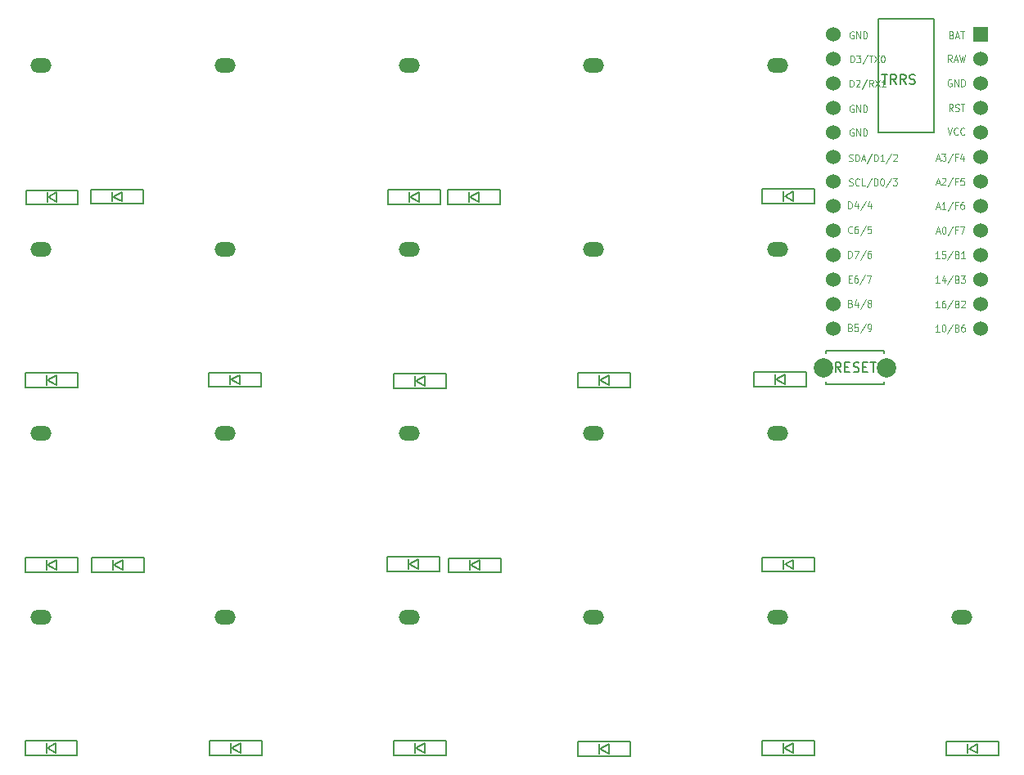
<source format=gbr>
%TF.GenerationSoftware,KiCad,Pcbnew,7.0.8*%
%TF.CreationDate,2024-10-11T08:32:43+09:00*%
%TF.ProjectId,cool642,636f6f6c-3634-4322-9e6b-696361645f70,rev?*%
%TF.SameCoordinates,Original*%
%TF.FileFunction,Legend,Top*%
%TF.FilePolarity,Positive*%
%FSLAX46Y46*%
G04 Gerber Fmt 4.6, Leading zero omitted, Abs format (unit mm)*
G04 Created by KiCad (PCBNEW 7.0.8) date 2024-10-11 08:32:43*
%MOMM*%
%LPD*%
G01*
G04 APERTURE LIST*
%ADD10C,0.150000*%
%ADD11C,0.125000*%
%ADD12O,2.200000X1.500000*%
%ADD13C,2.000000*%
%ADD14C,1.524000*%
%ADD15R,1.524000X1.524000*%
G04 APERTURE END LIST*
D10*
X88287618Y-26754819D02*
X87954285Y-26278628D01*
X87716190Y-26754819D02*
X87716190Y-25754819D01*
X87716190Y-25754819D02*
X88097142Y-25754819D01*
X88097142Y-25754819D02*
X88192380Y-25802438D01*
X88192380Y-25802438D02*
X88239999Y-25850057D01*
X88239999Y-25850057D02*
X88287618Y-25945295D01*
X88287618Y-25945295D02*
X88287618Y-26088152D01*
X88287618Y-26088152D02*
X88239999Y-26183390D01*
X88239999Y-26183390D02*
X88192380Y-26231009D01*
X88192380Y-26231009D02*
X88097142Y-26278628D01*
X88097142Y-26278628D02*
X87716190Y-26278628D01*
X88716190Y-26231009D02*
X89049523Y-26231009D01*
X89192380Y-26754819D02*
X88716190Y-26754819D01*
X88716190Y-26754819D02*
X88716190Y-25754819D01*
X88716190Y-25754819D02*
X89192380Y-25754819D01*
X89573333Y-26707200D02*
X89716190Y-26754819D01*
X89716190Y-26754819D02*
X89954285Y-26754819D01*
X89954285Y-26754819D02*
X90049523Y-26707200D01*
X90049523Y-26707200D02*
X90097142Y-26659580D01*
X90097142Y-26659580D02*
X90144761Y-26564342D01*
X90144761Y-26564342D02*
X90144761Y-26469104D01*
X90144761Y-26469104D02*
X90097142Y-26373866D01*
X90097142Y-26373866D02*
X90049523Y-26326247D01*
X90049523Y-26326247D02*
X89954285Y-26278628D01*
X89954285Y-26278628D02*
X89763809Y-26231009D01*
X89763809Y-26231009D02*
X89668571Y-26183390D01*
X89668571Y-26183390D02*
X89620952Y-26135771D01*
X89620952Y-26135771D02*
X89573333Y-26040533D01*
X89573333Y-26040533D02*
X89573333Y-25945295D01*
X89573333Y-25945295D02*
X89620952Y-25850057D01*
X89620952Y-25850057D02*
X89668571Y-25802438D01*
X89668571Y-25802438D02*
X89763809Y-25754819D01*
X89763809Y-25754819D02*
X90001904Y-25754819D01*
X90001904Y-25754819D02*
X90144761Y-25802438D01*
X90573333Y-26231009D02*
X90906666Y-26231009D01*
X91049523Y-26754819D02*
X90573333Y-26754819D01*
X90573333Y-26754819D02*
X90573333Y-25754819D01*
X90573333Y-25754819D02*
X91049523Y-25754819D01*
X91335238Y-25754819D02*
X91906666Y-25754819D01*
X91620952Y-26754819D02*
X91620952Y-25754819D01*
X92518095Y4055180D02*
X93089523Y4055180D01*
X92803809Y3055180D02*
X92803809Y4055180D01*
X93994285Y3055180D02*
X93660952Y3531371D01*
X93422857Y3055180D02*
X93422857Y4055180D01*
X93422857Y4055180D02*
X93803809Y4055180D01*
X93803809Y4055180D02*
X93899047Y4007561D01*
X93899047Y4007561D02*
X93946666Y3959942D01*
X93946666Y3959942D02*
X93994285Y3864704D01*
X93994285Y3864704D02*
X93994285Y3721847D01*
X93994285Y3721847D02*
X93946666Y3626609D01*
X93946666Y3626609D02*
X93899047Y3578990D01*
X93899047Y3578990D02*
X93803809Y3531371D01*
X93803809Y3531371D02*
X93422857Y3531371D01*
X94994285Y3055180D02*
X94660952Y3531371D01*
X94422857Y3055180D02*
X94422857Y4055180D01*
X94422857Y4055180D02*
X94803809Y4055180D01*
X94803809Y4055180D02*
X94899047Y4007561D01*
X94899047Y4007561D02*
X94946666Y3959942D01*
X94946666Y3959942D02*
X94994285Y3864704D01*
X94994285Y3864704D02*
X94994285Y3721847D01*
X94994285Y3721847D02*
X94946666Y3626609D01*
X94946666Y3626609D02*
X94899047Y3578990D01*
X94899047Y3578990D02*
X94803809Y3531371D01*
X94803809Y3531371D02*
X94422857Y3531371D01*
X95375238Y3102800D02*
X95518095Y3055180D01*
X95518095Y3055180D02*
X95756190Y3055180D01*
X95756190Y3055180D02*
X95851428Y3102800D01*
X95851428Y3102800D02*
X95899047Y3150419D01*
X95899047Y3150419D02*
X95946666Y3245657D01*
X95946666Y3245657D02*
X95946666Y3340895D01*
X95946666Y3340895D02*
X95899047Y3436133D01*
X95899047Y3436133D02*
X95851428Y3483752D01*
X95851428Y3483752D02*
X95756190Y3531371D01*
X95756190Y3531371D02*
X95565714Y3578990D01*
X95565714Y3578990D02*
X95470476Y3626609D01*
X95470476Y3626609D02*
X95422857Y3674228D01*
X95422857Y3674228D02*
X95375238Y3769466D01*
X95375238Y3769466D02*
X95375238Y3864704D01*
X95375238Y3864704D02*
X95422857Y3959942D01*
X95422857Y3959942D02*
X95470476Y4007561D01*
X95470476Y4007561D02*
X95565714Y4055180D01*
X95565714Y4055180D02*
X95803809Y4055180D01*
X95803809Y4055180D02*
X95946666Y4007561D01*
D11*
X98167886Y-4674178D02*
X98486933Y-4674178D01*
X98104076Y-4888464D02*
X98327409Y-4138464D01*
X98327409Y-4138464D02*
X98550743Y-4888464D01*
X98710267Y-4138464D02*
X99125029Y-4138464D01*
X99125029Y-4138464D02*
X98901695Y-4424178D01*
X98901695Y-4424178D02*
X98997410Y-4424178D01*
X98997410Y-4424178D02*
X99061219Y-4459892D01*
X99061219Y-4459892D02*
X99093124Y-4495607D01*
X99093124Y-4495607D02*
X99125029Y-4567035D01*
X99125029Y-4567035D02*
X99125029Y-4745607D01*
X99125029Y-4745607D02*
X99093124Y-4817035D01*
X99093124Y-4817035D02*
X99061219Y-4852750D01*
X99061219Y-4852750D02*
X98997410Y-4888464D01*
X98997410Y-4888464D02*
X98805981Y-4888464D01*
X98805981Y-4888464D02*
X98742172Y-4852750D01*
X98742172Y-4852750D02*
X98710267Y-4817035D01*
X99890743Y-4102750D02*
X99316457Y-5067035D01*
X100337410Y-4495607D02*
X100114076Y-4495607D01*
X100114076Y-4888464D02*
X100114076Y-4138464D01*
X100114076Y-4138464D02*
X100433124Y-4138464D01*
X100975505Y-4388464D02*
X100975505Y-4888464D01*
X100815981Y-4102750D02*
X100656458Y-4638464D01*
X100656458Y-4638464D02*
X101071219Y-4638464D01*
X89054076Y-9838464D02*
X89054076Y-9088464D01*
X89054076Y-9088464D02*
X89213600Y-9088464D01*
X89213600Y-9088464D02*
X89309314Y-9124178D01*
X89309314Y-9124178D02*
X89373124Y-9195607D01*
X89373124Y-9195607D02*
X89405029Y-9267035D01*
X89405029Y-9267035D02*
X89436933Y-9409892D01*
X89436933Y-9409892D02*
X89436933Y-9517035D01*
X89436933Y-9517035D02*
X89405029Y-9659892D01*
X89405029Y-9659892D02*
X89373124Y-9731321D01*
X89373124Y-9731321D02*
X89309314Y-9802750D01*
X89309314Y-9802750D02*
X89213600Y-9838464D01*
X89213600Y-9838464D02*
X89054076Y-9838464D01*
X90011219Y-9338464D02*
X90011219Y-9838464D01*
X89851695Y-9052750D02*
X89692172Y-9588464D01*
X89692172Y-9588464D02*
X90106933Y-9588464D01*
X90840743Y-9052750D02*
X90266457Y-10017035D01*
X91351219Y-9338464D02*
X91351219Y-9838464D01*
X91191695Y-9052750D02*
X91032172Y-9588464D01*
X91032172Y-9588464D02*
X91446933Y-9588464D01*
X89220028Y2761535D02*
X89220028Y3511535D01*
X89220028Y3511535D02*
X89379552Y3511535D01*
X89379552Y3511535D02*
X89475266Y3475821D01*
X89475266Y3475821D02*
X89539076Y3404392D01*
X89539076Y3404392D02*
X89570981Y3332964D01*
X89570981Y3332964D02*
X89602885Y3190107D01*
X89602885Y3190107D02*
X89602885Y3082964D01*
X89602885Y3082964D02*
X89570981Y2940107D01*
X89570981Y2940107D02*
X89539076Y2868678D01*
X89539076Y2868678D02*
X89475266Y2797250D01*
X89475266Y2797250D02*
X89379552Y2761535D01*
X89379552Y2761535D02*
X89220028Y2761535D01*
X89858124Y3440107D02*
X89890028Y3475821D01*
X89890028Y3475821D02*
X89953838Y3511535D01*
X89953838Y3511535D02*
X90113362Y3511535D01*
X90113362Y3511535D02*
X90177171Y3475821D01*
X90177171Y3475821D02*
X90209076Y3440107D01*
X90209076Y3440107D02*
X90240981Y3368678D01*
X90240981Y3368678D02*
X90240981Y3297250D01*
X90240981Y3297250D02*
X90209076Y3190107D01*
X90209076Y3190107D02*
X89826219Y2761535D01*
X89826219Y2761535D02*
X90240981Y2761535D01*
X91006695Y3547250D02*
X90432409Y2582964D01*
X91612885Y2761535D02*
X91389552Y3118678D01*
X91230028Y2761535D02*
X91230028Y3511535D01*
X91230028Y3511535D02*
X91485266Y3511535D01*
X91485266Y3511535D02*
X91549076Y3475821D01*
X91549076Y3475821D02*
X91580981Y3440107D01*
X91580981Y3440107D02*
X91612885Y3368678D01*
X91612885Y3368678D02*
X91612885Y3261535D01*
X91612885Y3261535D02*
X91580981Y3190107D01*
X91580981Y3190107D02*
X91549076Y3154392D01*
X91549076Y3154392D02*
X91485266Y3118678D01*
X91485266Y3118678D02*
X91230028Y3118678D01*
X91836219Y3511535D02*
X92282885Y2761535D01*
X92282885Y3511535D02*
X91836219Y2761535D01*
X92889076Y2761535D02*
X92506219Y2761535D01*
X92697647Y2761535D02*
X92697647Y3511535D01*
X92697647Y3511535D02*
X92633838Y3404392D01*
X92633838Y3404392D02*
X92570028Y3332964D01*
X92570028Y3332964D02*
X92506219Y3297250D01*
X99713124Y3525821D02*
X99649314Y3561535D01*
X99649314Y3561535D02*
X99553600Y3561535D01*
X99553600Y3561535D02*
X99457886Y3525821D01*
X99457886Y3525821D02*
X99394076Y3454392D01*
X99394076Y3454392D02*
X99362171Y3382964D01*
X99362171Y3382964D02*
X99330267Y3240107D01*
X99330267Y3240107D02*
X99330267Y3132964D01*
X99330267Y3132964D02*
X99362171Y2990107D01*
X99362171Y2990107D02*
X99394076Y2918678D01*
X99394076Y2918678D02*
X99457886Y2847250D01*
X99457886Y2847250D02*
X99553600Y2811535D01*
X99553600Y2811535D02*
X99617409Y2811535D01*
X99617409Y2811535D02*
X99713124Y2847250D01*
X99713124Y2847250D02*
X99745028Y2882964D01*
X99745028Y2882964D02*
X99745028Y3132964D01*
X99745028Y3132964D02*
X99617409Y3132964D01*
X100032171Y2811535D02*
X100032171Y3561535D01*
X100032171Y3561535D02*
X100415028Y2811535D01*
X100415028Y2811535D02*
X100415028Y3561535D01*
X100734076Y2811535D02*
X100734076Y3561535D01*
X100734076Y3561535D02*
X100893600Y3561535D01*
X100893600Y3561535D02*
X100989314Y3525821D01*
X100989314Y3525821D02*
X101053124Y3454392D01*
X101053124Y3454392D02*
X101085029Y3382964D01*
X101085029Y3382964D02*
X101116933Y3240107D01*
X101116933Y3240107D02*
X101116933Y3132964D01*
X101116933Y3132964D02*
X101085029Y2990107D01*
X101085029Y2990107D02*
X101053124Y2918678D01*
X101053124Y2918678D02*
X100989314Y2847250D01*
X100989314Y2847250D02*
X100893600Y2811535D01*
X100893600Y2811535D02*
X100734076Y2811535D01*
X89085981Y-17095607D02*
X89309315Y-17095607D01*
X89405029Y-17488464D02*
X89085981Y-17488464D01*
X89085981Y-17488464D02*
X89085981Y-16738464D01*
X89085981Y-16738464D02*
X89405029Y-16738464D01*
X89979314Y-16738464D02*
X89851695Y-16738464D01*
X89851695Y-16738464D02*
X89787886Y-16774178D01*
X89787886Y-16774178D02*
X89755981Y-16809892D01*
X89755981Y-16809892D02*
X89692171Y-16917035D01*
X89692171Y-16917035D02*
X89660267Y-17059892D01*
X89660267Y-17059892D02*
X89660267Y-17345607D01*
X89660267Y-17345607D02*
X89692171Y-17417035D01*
X89692171Y-17417035D02*
X89724076Y-17452750D01*
X89724076Y-17452750D02*
X89787886Y-17488464D01*
X89787886Y-17488464D02*
X89915505Y-17488464D01*
X89915505Y-17488464D02*
X89979314Y-17452750D01*
X89979314Y-17452750D02*
X90011219Y-17417035D01*
X90011219Y-17417035D02*
X90043124Y-17345607D01*
X90043124Y-17345607D02*
X90043124Y-17167035D01*
X90043124Y-17167035D02*
X90011219Y-17095607D01*
X90011219Y-17095607D02*
X89979314Y-17059892D01*
X89979314Y-17059892D02*
X89915505Y-17024178D01*
X89915505Y-17024178D02*
X89787886Y-17024178D01*
X89787886Y-17024178D02*
X89724076Y-17059892D01*
X89724076Y-17059892D02*
X89692171Y-17095607D01*
X89692171Y-17095607D02*
X89660267Y-17167035D01*
X90808838Y-16702750D02*
X90234552Y-17667035D01*
X90968362Y-16738464D02*
X91415028Y-16738464D01*
X91415028Y-16738464D02*
X91127886Y-17488464D01*
X89436933Y-12317035D02*
X89405029Y-12352750D01*
X89405029Y-12352750D02*
X89309314Y-12388464D01*
X89309314Y-12388464D02*
X89245505Y-12388464D01*
X89245505Y-12388464D02*
X89149791Y-12352750D01*
X89149791Y-12352750D02*
X89085981Y-12281321D01*
X89085981Y-12281321D02*
X89054076Y-12209892D01*
X89054076Y-12209892D02*
X89022172Y-12067035D01*
X89022172Y-12067035D02*
X89022172Y-11959892D01*
X89022172Y-11959892D02*
X89054076Y-11817035D01*
X89054076Y-11817035D02*
X89085981Y-11745607D01*
X89085981Y-11745607D02*
X89149791Y-11674178D01*
X89149791Y-11674178D02*
X89245505Y-11638464D01*
X89245505Y-11638464D02*
X89309314Y-11638464D01*
X89309314Y-11638464D02*
X89405029Y-11674178D01*
X89405029Y-11674178D02*
X89436933Y-11709892D01*
X90011219Y-11638464D02*
X89883600Y-11638464D01*
X89883600Y-11638464D02*
X89819791Y-11674178D01*
X89819791Y-11674178D02*
X89787886Y-11709892D01*
X89787886Y-11709892D02*
X89724076Y-11817035D01*
X89724076Y-11817035D02*
X89692172Y-11959892D01*
X89692172Y-11959892D02*
X89692172Y-12245607D01*
X89692172Y-12245607D02*
X89724076Y-12317035D01*
X89724076Y-12317035D02*
X89755981Y-12352750D01*
X89755981Y-12352750D02*
X89819791Y-12388464D01*
X89819791Y-12388464D02*
X89947410Y-12388464D01*
X89947410Y-12388464D02*
X90011219Y-12352750D01*
X90011219Y-12352750D02*
X90043124Y-12317035D01*
X90043124Y-12317035D02*
X90075029Y-12245607D01*
X90075029Y-12245607D02*
X90075029Y-12067035D01*
X90075029Y-12067035D02*
X90043124Y-11995607D01*
X90043124Y-11995607D02*
X90011219Y-11959892D01*
X90011219Y-11959892D02*
X89947410Y-11924178D01*
X89947410Y-11924178D02*
X89819791Y-11924178D01*
X89819791Y-11924178D02*
X89755981Y-11959892D01*
X89755981Y-11959892D02*
X89724076Y-11995607D01*
X89724076Y-11995607D02*
X89692172Y-12067035D01*
X90840743Y-11602750D02*
X90266457Y-12567035D01*
X91383124Y-11638464D02*
X91064076Y-11638464D01*
X91064076Y-11638464D02*
X91032172Y-11995607D01*
X91032172Y-11995607D02*
X91064076Y-11959892D01*
X91064076Y-11959892D02*
X91127886Y-11924178D01*
X91127886Y-11924178D02*
X91287410Y-11924178D01*
X91287410Y-11924178D02*
X91351219Y-11959892D01*
X91351219Y-11959892D02*
X91383124Y-11995607D01*
X91383124Y-11995607D02*
X91415029Y-12067035D01*
X91415029Y-12067035D02*
X91415029Y-12245607D01*
X91415029Y-12245607D02*
X91383124Y-12317035D01*
X91383124Y-12317035D02*
X91351219Y-12352750D01*
X91351219Y-12352750D02*
X91287410Y-12388464D01*
X91287410Y-12388464D02*
X91127886Y-12388464D01*
X91127886Y-12388464D02*
X91064076Y-12352750D01*
X91064076Y-12352750D02*
X91032172Y-12317035D01*
X89573124Y8495821D02*
X89509314Y8531535D01*
X89509314Y8531535D02*
X89413600Y8531535D01*
X89413600Y8531535D02*
X89317886Y8495821D01*
X89317886Y8495821D02*
X89254076Y8424392D01*
X89254076Y8424392D02*
X89222171Y8352964D01*
X89222171Y8352964D02*
X89190267Y8210107D01*
X89190267Y8210107D02*
X89190267Y8102964D01*
X89190267Y8102964D02*
X89222171Y7960107D01*
X89222171Y7960107D02*
X89254076Y7888678D01*
X89254076Y7888678D02*
X89317886Y7817250D01*
X89317886Y7817250D02*
X89413600Y7781535D01*
X89413600Y7781535D02*
X89477409Y7781535D01*
X89477409Y7781535D02*
X89573124Y7817250D01*
X89573124Y7817250D02*
X89605028Y7852964D01*
X89605028Y7852964D02*
X89605028Y8102964D01*
X89605028Y8102964D02*
X89477409Y8102964D01*
X89892171Y7781535D02*
X89892171Y8531535D01*
X89892171Y8531535D02*
X90275028Y7781535D01*
X90275028Y7781535D02*
X90275028Y8531535D01*
X90594076Y7781535D02*
X90594076Y8531535D01*
X90594076Y8531535D02*
X90753600Y8531535D01*
X90753600Y8531535D02*
X90849314Y8495821D01*
X90849314Y8495821D02*
X90913124Y8424392D01*
X90913124Y8424392D02*
X90945029Y8352964D01*
X90945029Y8352964D02*
X90976933Y8210107D01*
X90976933Y8210107D02*
X90976933Y8102964D01*
X90976933Y8102964D02*
X90945029Y7960107D01*
X90945029Y7960107D02*
X90913124Y7888678D01*
X90913124Y7888678D02*
X90849314Y7817250D01*
X90849314Y7817250D02*
X90753600Y7781535D01*
X90753600Y7781535D02*
X90594076Y7781535D01*
X89135981Y-7402750D02*
X89231695Y-7438464D01*
X89231695Y-7438464D02*
X89391219Y-7438464D01*
X89391219Y-7438464D02*
X89455028Y-7402750D01*
X89455028Y-7402750D02*
X89486933Y-7367035D01*
X89486933Y-7367035D02*
X89518838Y-7295607D01*
X89518838Y-7295607D02*
X89518838Y-7224178D01*
X89518838Y-7224178D02*
X89486933Y-7152750D01*
X89486933Y-7152750D02*
X89455028Y-7117035D01*
X89455028Y-7117035D02*
X89391219Y-7081321D01*
X89391219Y-7081321D02*
X89263600Y-7045607D01*
X89263600Y-7045607D02*
X89199790Y-7009892D01*
X89199790Y-7009892D02*
X89167885Y-6974178D01*
X89167885Y-6974178D02*
X89135981Y-6902750D01*
X89135981Y-6902750D02*
X89135981Y-6831321D01*
X89135981Y-6831321D02*
X89167885Y-6759892D01*
X89167885Y-6759892D02*
X89199790Y-6724178D01*
X89199790Y-6724178D02*
X89263600Y-6688464D01*
X89263600Y-6688464D02*
X89423123Y-6688464D01*
X89423123Y-6688464D02*
X89518838Y-6724178D01*
X90188837Y-7367035D02*
X90156933Y-7402750D01*
X90156933Y-7402750D02*
X90061218Y-7438464D01*
X90061218Y-7438464D02*
X89997409Y-7438464D01*
X89997409Y-7438464D02*
X89901695Y-7402750D01*
X89901695Y-7402750D02*
X89837885Y-7331321D01*
X89837885Y-7331321D02*
X89805980Y-7259892D01*
X89805980Y-7259892D02*
X89774076Y-7117035D01*
X89774076Y-7117035D02*
X89774076Y-7009892D01*
X89774076Y-7009892D02*
X89805980Y-6867035D01*
X89805980Y-6867035D02*
X89837885Y-6795607D01*
X89837885Y-6795607D02*
X89901695Y-6724178D01*
X89901695Y-6724178D02*
X89997409Y-6688464D01*
X89997409Y-6688464D02*
X90061218Y-6688464D01*
X90061218Y-6688464D02*
X90156933Y-6724178D01*
X90156933Y-6724178D02*
X90188837Y-6759892D01*
X90795028Y-7438464D02*
X90475980Y-7438464D01*
X90475980Y-7438464D02*
X90475980Y-6688464D01*
X91496933Y-6652750D02*
X90922647Y-7617035D01*
X91720266Y-7438464D02*
X91720266Y-6688464D01*
X91720266Y-6688464D02*
X91879790Y-6688464D01*
X91879790Y-6688464D02*
X91975504Y-6724178D01*
X91975504Y-6724178D02*
X92039314Y-6795607D01*
X92039314Y-6795607D02*
X92071219Y-6867035D01*
X92071219Y-6867035D02*
X92103123Y-7009892D01*
X92103123Y-7009892D02*
X92103123Y-7117035D01*
X92103123Y-7117035D02*
X92071219Y-7259892D01*
X92071219Y-7259892D02*
X92039314Y-7331321D01*
X92039314Y-7331321D02*
X91975504Y-7402750D01*
X91975504Y-7402750D02*
X91879790Y-7438464D01*
X91879790Y-7438464D02*
X91720266Y-7438464D01*
X92517885Y-6688464D02*
X92581695Y-6688464D01*
X92581695Y-6688464D02*
X92645504Y-6724178D01*
X92645504Y-6724178D02*
X92677409Y-6759892D01*
X92677409Y-6759892D02*
X92709314Y-6831321D01*
X92709314Y-6831321D02*
X92741219Y-6974178D01*
X92741219Y-6974178D02*
X92741219Y-7152750D01*
X92741219Y-7152750D02*
X92709314Y-7295607D01*
X92709314Y-7295607D02*
X92677409Y-7367035D01*
X92677409Y-7367035D02*
X92645504Y-7402750D01*
X92645504Y-7402750D02*
X92581695Y-7438464D01*
X92581695Y-7438464D02*
X92517885Y-7438464D01*
X92517885Y-7438464D02*
X92454076Y-7402750D01*
X92454076Y-7402750D02*
X92422171Y-7367035D01*
X92422171Y-7367035D02*
X92390266Y-7295607D01*
X92390266Y-7295607D02*
X92358362Y-7152750D01*
X92358362Y-7152750D02*
X92358362Y-6974178D01*
X92358362Y-6974178D02*
X92390266Y-6831321D01*
X92390266Y-6831321D02*
X92422171Y-6759892D01*
X92422171Y-6759892D02*
X92454076Y-6724178D01*
X92454076Y-6724178D02*
X92517885Y-6688464D01*
X93506933Y-6652750D02*
X92932647Y-7617035D01*
X93666457Y-6688464D02*
X94081219Y-6688464D01*
X94081219Y-6688464D02*
X93857885Y-6974178D01*
X93857885Y-6974178D02*
X93953600Y-6974178D01*
X93953600Y-6974178D02*
X94017409Y-7009892D01*
X94017409Y-7009892D02*
X94049314Y-7045607D01*
X94049314Y-7045607D02*
X94081219Y-7117035D01*
X94081219Y-7117035D02*
X94081219Y-7295607D01*
X94081219Y-7295607D02*
X94049314Y-7367035D01*
X94049314Y-7367035D02*
X94017409Y-7402750D01*
X94017409Y-7402750D02*
X93953600Y-7438464D01*
X93953600Y-7438464D02*
X93762171Y-7438464D01*
X93762171Y-7438464D02*
X93698362Y-7402750D01*
X93698362Y-7402750D02*
X93666457Y-7367035D01*
X89573124Y-1574178D02*
X89509314Y-1538464D01*
X89509314Y-1538464D02*
X89413600Y-1538464D01*
X89413600Y-1538464D02*
X89317886Y-1574178D01*
X89317886Y-1574178D02*
X89254076Y-1645607D01*
X89254076Y-1645607D02*
X89222171Y-1717035D01*
X89222171Y-1717035D02*
X89190267Y-1859892D01*
X89190267Y-1859892D02*
X89190267Y-1967035D01*
X89190267Y-1967035D02*
X89222171Y-2109892D01*
X89222171Y-2109892D02*
X89254076Y-2181321D01*
X89254076Y-2181321D02*
X89317886Y-2252750D01*
X89317886Y-2252750D02*
X89413600Y-2288464D01*
X89413600Y-2288464D02*
X89477409Y-2288464D01*
X89477409Y-2288464D02*
X89573124Y-2252750D01*
X89573124Y-2252750D02*
X89605028Y-2217035D01*
X89605028Y-2217035D02*
X89605028Y-1967035D01*
X89605028Y-1967035D02*
X89477409Y-1967035D01*
X89892171Y-2288464D02*
X89892171Y-1538464D01*
X89892171Y-1538464D02*
X90275028Y-2288464D01*
X90275028Y-2288464D02*
X90275028Y-1538464D01*
X90594076Y-2288464D02*
X90594076Y-1538464D01*
X90594076Y-1538464D02*
X90753600Y-1538464D01*
X90753600Y-1538464D02*
X90849314Y-1574178D01*
X90849314Y-1574178D02*
X90913124Y-1645607D01*
X90913124Y-1645607D02*
X90945029Y-1717035D01*
X90945029Y-1717035D02*
X90976933Y-1859892D01*
X90976933Y-1859892D02*
X90976933Y-1967035D01*
X90976933Y-1967035D02*
X90945029Y-2109892D01*
X90945029Y-2109892D02*
X90913124Y-2181321D01*
X90913124Y-2181321D02*
X90849314Y-2252750D01*
X90849314Y-2252750D02*
X90753600Y-2288464D01*
X90753600Y-2288464D02*
X90594076Y-2288464D01*
X98470981Y-14988464D02*
X98088124Y-14988464D01*
X98279552Y-14988464D02*
X98279552Y-14238464D01*
X98279552Y-14238464D02*
X98215743Y-14345607D01*
X98215743Y-14345607D02*
X98151933Y-14417035D01*
X98151933Y-14417035D02*
X98088124Y-14452750D01*
X99077171Y-14238464D02*
X98758123Y-14238464D01*
X98758123Y-14238464D02*
X98726219Y-14595607D01*
X98726219Y-14595607D02*
X98758123Y-14559892D01*
X98758123Y-14559892D02*
X98821933Y-14524178D01*
X98821933Y-14524178D02*
X98981457Y-14524178D01*
X98981457Y-14524178D02*
X99045266Y-14559892D01*
X99045266Y-14559892D02*
X99077171Y-14595607D01*
X99077171Y-14595607D02*
X99109076Y-14667035D01*
X99109076Y-14667035D02*
X99109076Y-14845607D01*
X99109076Y-14845607D02*
X99077171Y-14917035D01*
X99077171Y-14917035D02*
X99045266Y-14952750D01*
X99045266Y-14952750D02*
X98981457Y-14988464D01*
X98981457Y-14988464D02*
X98821933Y-14988464D01*
X98821933Y-14988464D02*
X98758123Y-14952750D01*
X98758123Y-14952750D02*
X98726219Y-14917035D01*
X99874790Y-14202750D02*
X99300504Y-15167035D01*
X100321457Y-14595607D02*
X100417171Y-14631321D01*
X100417171Y-14631321D02*
X100449076Y-14667035D01*
X100449076Y-14667035D02*
X100480980Y-14738464D01*
X100480980Y-14738464D02*
X100480980Y-14845607D01*
X100480980Y-14845607D02*
X100449076Y-14917035D01*
X100449076Y-14917035D02*
X100417171Y-14952750D01*
X100417171Y-14952750D02*
X100353361Y-14988464D01*
X100353361Y-14988464D02*
X100098123Y-14988464D01*
X100098123Y-14988464D02*
X100098123Y-14238464D01*
X100098123Y-14238464D02*
X100321457Y-14238464D01*
X100321457Y-14238464D02*
X100385266Y-14274178D01*
X100385266Y-14274178D02*
X100417171Y-14309892D01*
X100417171Y-14309892D02*
X100449076Y-14381321D01*
X100449076Y-14381321D02*
X100449076Y-14452750D01*
X100449076Y-14452750D02*
X100417171Y-14524178D01*
X100417171Y-14524178D02*
X100385266Y-14559892D01*
X100385266Y-14559892D02*
X100321457Y-14595607D01*
X100321457Y-14595607D02*
X100098123Y-14595607D01*
X101119076Y-14988464D02*
X100736219Y-14988464D01*
X100927647Y-14988464D02*
X100927647Y-14238464D01*
X100927647Y-14238464D02*
X100863838Y-14345607D01*
X100863838Y-14345607D02*
X100800028Y-14417035D01*
X100800028Y-14417035D02*
X100736219Y-14452750D01*
X89573124Y875821D02*
X89509314Y911535D01*
X89509314Y911535D02*
X89413600Y911535D01*
X89413600Y911535D02*
X89317886Y875821D01*
X89317886Y875821D02*
X89254076Y804392D01*
X89254076Y804392D02*
X89222171Y732964D01*
X89222171Y732964D02*
X89190267Y590107D01*
X89190267Y590107D02*
X89190267Y482964D01*
X89190267Y482964D02*
X89222171Y340107D01*
X89222171Y340107D02*
X89254076Y268678D01*
X89254076Y268678D02*
X89317886Y197250D01*
X89317886Y197250D02*
X89413600Y161535D01*
X89413600Y161535D02*
X89477409Y161535D01*
X89477409Y161535D02*
X89573124Y197250D01*
X89573124Y197250D02*
X89605028Y232964D01*
X89605028Y232964D02*
X89605028Y482964D01*
X89605028Y482964D02*
X89477409Y482964D01*
X89892171Y161535D02*
X89892171Y911535D01*
X89892171Y911535D02*
X90275028Y161535D01*
X90275028Y161535D02*
X90275028Y911535D01*
X90594076Y161535D02*
X90594076Y911535D01*
X90594076Y911535D02*
X90753600Y911535D01*
X90753600Y911535D02*
X90849314Y875821D01*
X90849314Y875821D02*
X90913124Y804392D01*
X90913124Y804392D02*
X90945029Y732964D01*
X90945029Y732964D02*
X90976933Y590107D01*
X90976933Y590107D02*
X90976933Y482964D01*
X90976933Y482964D02*
X90945029Y340107D01*
X90945029Y340107D02*
X90913124Y268678D01*
X90913124Y268678D02*
X90849314Y197250D01*
X90849314Y197250D02*
X90753600Y161535D01*
X90753600Y161535D02*
X90594076Y161535D01*
X98470981Y-20088464D02*
X98088124Y-20088464D01*
X98279552Y-20088464D02*
X98279552Y-19338464D01*
X98279552Y-19338464D02*
X98215743Y-19445607D01*
X98215743Y-19445607D02*
X98151933Y-19517035D01*
X98151933Y-19517035D02*
X98088124Y-19552750D01*
X99045266Y-19338464D02*
X98917647Y-19338464D01*
X98917647Y-19338464D02*
X98853838Y-19374178D01*
X98853838Y-19374178D02*
X98821933Y-19409892D01*
X98821933Y-19409892D02*
X98758123Y-19517035D01*
X98758123Y-19517035D02*
X98726219Y-19659892D01*
X98726219Y-19659892D02*
X98726219Y-19945607D01*
X98726219Y-19945607D02*
X98758123Y-20017035D01*
X98758123Y-20017035D02*
X98790028Y-20052750D01*
X98790028Y-20052750D02*
X98853838Y-20088464D01*
X98853838Y-20088464D02*
X98981457Y-20088464D01*
X98981457Y-20088464D02*
X99045266Y-20052750D01*
X99045266Y-20052750D02*
X99077171Y-20017035D01*
X99077171Y-20017035D02*
X99109076Y-19945607D01*
X99109076Y-19945607D02*
X99109076Y-19767035D01*
X99109076Y-19767035D02*
X99077171Y-19695607D01*
X99077171Y-19695607D02*
X99045266Y-19659892D01*
X99045266Y-19659892D02*
X98981457Y-19624178D01*
X98981457Y-19624178D02*
X98853838Y-19624178D01*
X98853838Y-19624178D02*
X98790028Y-19659892D01*
X98790028Y-19659892D02*
X98758123Y-19695607D01*
X98758123Y-19695607D02*
X98726219Y-19767035D01*
X99874790Y-19302750D02*
X99300504Y-20267035D01*
X100321457Y-19695607D02*
X100417171Y-19731321D01*
X100417171Y-19731321D02*
X100449076Y-19767035D01*
X100449076Y-19767035D02*
X100480980Y-19838464D01*
X100480980Y-19838464D02*
X100480980Y-19945607D01*
X100480980Y-19945607D02*
X100449076Y-20017035D01*
X100449076Y-20017035D02*
X100417171Y-20052750D01*
X100417171Y-20052750D02*
X100353361Y-20088464D01*
X100353361Y-20088464D02*
X100098123Y-20088464D01*
X100098123Y-20088464D02*
X100098123Y-19338464D01*
X100098123Y-19338464D02*
X100321457Y-19338464D01*
X100321457Y-19338464D02*
X100385266Y-19374178D01*
X100385266Y-19374178D02*
X100417171Y-19409892D01*
X100417171Y-19409892D02*
X100449076Y-19481321D01*
X100449076Y-19481321D02*
X100449076Y-19552750D01*
X100449076Y-19552750D02*
X100417171Y-19624178D01*
X100417171Y-19624178D02*
X100385266Y-19659892D01*
X100385266Y-19659892D02*
X100321457Y-19695607D01*
X100321457Y-19695607D02*
X100098123Y-19695607D01*
X100736219Y-19409892D02*
X100768123Y-19374178D01*
X100768123Y-19374178D02*
X100831933Y-19338464D01*
X100831933Y-19338464D02*
X100991457Y-19338464D01*
X100991457Y-19338464D02*
X101055266Y-19374178D01*
X101055266Y-19374178D02*
X101087171Y-19409892D01*
X101087171Y-19409892D02*
X101119076Y-19481321D01*
X101119076Y-19481321D02*
X101119076Y-19552750D01*
X101119076Y-19552750D02*
X101087171Y-19659892D01*
X101087171Y-19659892D02*
X100704314Y-20088464D01*
X100704314Y-20088464D02*
X101119076Y-20088464D01*
X98470981Y-17538464D02*
X98088124Y-17538464D01*
X98279552Y-17538464D02*
X98279552Y-16788464D01*
X98279552Y-16788464D02*
X98215743Y-16895607D01*
X98215743Y-16895607D02*
X98151933Y-16967035D01*
X98151933Y-16967035D02*
X98088124Y-17002750D01*
X99045266Y-17038464D02*
X99045266Y-17538464D01*
X98885742Y-16752750D02*
X98726219Y-17288464D01*
X98726219Y-17288464D02*
X99140980Y-17288464D01*
X99874790Y-16752750D02*
X99300504Y-17717035D01*
X100321457Y-17145607D02*
X100417171Y-17181321D01*
X100417171Y-17181321D02*
X100449076Y-17217035D01*
X100449076Y-17217035D02*
X100480980Y-17288464D01*
X100480980Y-17288464D02*
X100480980Y-17395607D01*
X100480980Y-17395607D02*
X100449076Y-17467035D01*
X100449076Y-17467035D02*
X100417171Y-17502750D01*
X100417171Y-17502750D02*
X100353361Y-17538464D01*
X100353361Y-17538464D02*
X100098123Y-17538464D01*
X100098123Y-17538464D02*
X100098123Y-16788464D01*
X100098123Y-16788464D02*
X100321457Y-16788464D01*
X100321457Y-16788464D02*
X100385266Y-16824178D01*
X100385266Y-16824178D02*
X100417171Y-16859892D01*
X100417171Y-16859892D02*
X100449076Y-16931321D01*
X100449076Y-16931321D02*
X100449076Y-17002750D01*
X100449076Y-17002750D02*
X100417171Y-17074178D01*
X100417171Y-17074178D02*
X100385266Y-17109892D01*
X100385266Y-17109892D02*
X100321457Y-17145607D01*
X100321457Y-17145607D02*
X100098123Y-17145607D01*
X100704314Y-16788464D02*
X101119076Y-16788464D01*
X101119076Y-16788464D02*
X100895742Y-17074178D01*
X100895742Y-17074178D02*
X100991457Y-17074178D01*
X100991457Y-17074178D02*
X101055266Y-17109892D01*
X101055266Y-17109892D02*
X101087171Y-17145607D01*
X101087171Y-17145607D02*
X101119076Y-17217035D01*
X101119076Y-17217035D02*
X101119076Y-17395607D01*
X101119076Y-17395607D02*
X101087171Y-17467035D01*
X101087171Y-17467035D02*
X101055266Y-17502750D01*
X101055266Y-17502750D02*
X100991457Y-17538464D01*
X100991457Y-17538464D02*
X100800028Y-17538464D01*
X100800028Y-17538464D02*
X100736219Y-17502750D01*
X100736219Y-17502750D02*
X100704314Y-17467035D01*
X99330266Y-1438464D02*
X99553599Y-2188464D01*
X99553599Y-2188464D02*
X99776933Y-1438464D01*
X100383123Y-2117035D02*
X100351219Y-2152750D01*
X100351219Y-2152750D02*
X100255504Y-2188464D01*
X100255504Y-2188464D02*
X100191695Y-2188464D01*
X100191695Y-2188464D02*
X100095981Y-2152750D01*
X100095981Y-2152750D02*
X100032171Y-2081321D01*
X100032171Y-2081321D02*
X100000266Y-2009892D01*
X100000266Y-2009892D02*
X99968362Y-1867035D01*
X99968362Y-1867035D02*
X99968362Y-1759892D01*
X99968362Y-1759892D02*
X100000266Y-1617035D01*
X100000266Y-1617035D02*
X100032171Y-1545607D01*
X100032171Y-1545607D02*
X100095981Y-1474178D01*
X100095981Y-1474178D02*
X100191695Y-1438464D01*
X100191695Y-1438464D02*
X100255504Y-1438464D01*
X100255504Y-1438464D02*
X100351219Y-1474178D01*
X100351219Y-1474178D02*
X100383123Y-1509892D01*
X101053123Y-2117035D02*
X101021219Y-2152750D01*
X101021219Y-2152750D02*
X100925504Y-2188464D01*
X100925504Y-2188464D02*
X100861695Y-2188464D01*
X100861695Y-2188464D02*
X100765981Y-2152750D01*
X100765981Y-2152750D02*
X100702171Y-2081321D01*
X100702171Y-2081321D02*
X100670266Y-2009892D01*
X100670266Y-2009892D02*
X100638362Y-1867035D01*
X100638362Y-1867035D02*
X100638362Y-1759892D01*
X100638362Y-1759892D02*
X100670266Y-1617035D01*
X100670266Y-1617035D02*
X100702171Y-1545607D01*
X100702171Y-1545607D02*
X100765981Y-1474178D01*
X100765981Y-1474178D02*
X100861695Y-1438464D01*
X100861695Y-1438464D02*
X100925504Y-1438464D01*
X100925504Y-1438464D02*
X101021219Y-1474178D01*
X101021219Y-1474178D02*
X101053123Y-1509892D01*
X98167886Y-9674178D02*
X98486933Y-9674178D01*
X98104076Y-9888464D02*
X98327409Y-9138464D01*
X98327409Y-9138464D02*
X98550743Y-9888464D01*
X99125029Y-9888464D02*
X98742172Y-9888464D01*
X98933600Y-9888464D02*
X98933600Y-9138464D01*
X98933600Y-9138464D02*
X98869791Y-9245607D01*
X98869791Y-9245607D02*
X98805981Y-9317035D01*
X98805981Y-9317035D02*
X98742172Y-9352750D01*
X99890743Y-9102750D02*
X99316457Y-10067035D01*
X100337410Y-9495607D02*
X100114076Y-9495607D01*
X100114076Y-9888464D02*
X100114076Y-9138464D01*
X100114076Y-9138464D02*
X100433124Y-9138464D01*
X100975505Y-9138464D02*
X100847886Y-9138464D01*
X100847886Y-9138464D02*
X100784077Y-9174178D01*
X100784077Y-9174178D02*
X100752172Y-9209892D01*
X100752172Y-9209892D02*
X100688362Y-9317035D01*
X100688362Y-9317035D02*
X100656458Y-9459892D01*
X100656458Y-9459892D02*
X100656458Y-9745607D01*
X100656458Y-9745607D02*
X100688362Y-9817035D01*
X100688362Y-9817035D02*
X100720267Y-9852750D01*
X100720267Y-9852750D02*
X100784077Y-9888464D01*
X100784077Y-9888464D02*
X100911696Y-9888464D01*
X100911696Y-9888464D02*
X100975505Y-9852750D01*
X100975505Y-9852750D02*
X101007410Y-9817035D01*
X101007410Y-9817035D02*
X101039315Y-9745607D01*
X101039315Y-9745607D02*
X101039315Y-9567035D01*
X101039315Y-9567035D02*
X101007410Y-9495607D01*
X101007410Y-9495607D02*
X100975505Y-9459892D01*
X100975505Y-9459892D02*
X100911696Y-9424178D01*
X100911696Y-9424178D02*
X100784077Y-9424178D01*
X100784077Y-9424178D02*
X100720267Y-9459892D01*
X100720267Y-9459892D02*
X100688362Y-9495607D01*
X100688362Y-9495607D02*
X100656458Y-9567035D01*
X98167886Y-7174178D02*
X98486933Y-7174178D01*
X98104076Y-7388464D02*
X98327409Y-6638464D01*
X98327409Y-6638464D02*
X98550743Y-7388464D01*
X98742172Y-6709892D02*
X98774076Y-6674178D01*
X98774076Y-6674178D02*
X98837886Y-6638464D01*
X98837886Y-6638464D02*
X98997410Y-6638464D01*
X98997410Y-6638464D02*
X99061219Y-6674178D01*
X99061219Y-6674178D02*
X99093124Y-6709892D01*
X99093124Y-6709892D02*
X99125029Y-6781321D01*
X99125029Y-6781321D02*
X99125029Y-6852750D01*
X99125029Y-6852750D02*
X99093124Y-6959892D01*
X99093124Y-6959892D02*
X98710267Y-7388464D01*
X98710267Y-7388464D02*
X99125029Y-7388464D01*
X99890743Y-6602750D02*
X99316457Y-7567035D01*
X100337410Y-6995607D02*
X100114076Y-6995607D01*
X100114076Y-7388464D02*
X100114076Y-6638464D01*
X100114076Y-6638464D02*
X100433124Y-6638464D01*
X101007410Y-6638464D02*
X100688362Y-6638464D01*
X100688362Y-6638464D02*
X100656458Y-6995607D01*
X100656458Y-6995607D02*
X100688362Y-6959892D01*
X100688362Y-6959892D02*
X100752172Y-6924178D01*
X100752172Y-6924178D02*
X100911696Y-6924178D01*
X100911696Y-6924178D02*
X100975505Y-6959892D01*
X100975505Y-6959892D02*
X101007410Y-6995607D01*
X101007410Y-6995607D02*
X101039315Y-7067035D01*
X101039315Y-7067035D02*
X101039315Y-7245607D01*
X101039315Y-7245607D02*
X101007410Y-7317035D01*
X101007410Y-7317035D02*
X100975505Y-7352750D01*
X100975505Y-7352750D02*
X100911696Y-7388464D01*
X100911696Y-7388464D02*
X100752172Y-7388464D01*
X100752172Y-7388464D02*
X100688362Y-7352750D01*
X100688362Y-7352750D02*
X100656458Y-7317035D01*
X99760980Y5361535D02*
X99537647Y5718678D01*
X99378123Y5361535D02*
X99378123Y6111535D01*
X99378123Y6111535D02*
X99633361Y6111535D01*
X99633361Y6111535D02*
X99697171Y6075821D01*
X99697171Y6075821D02*
X99729076Y6040107D01*
X99729076Y6040107D02*
X99760980Y5968678D01*
X99760980Y5968678D02*
X99760980Y5861535D01*
X99760980Y5861535D02*
X99729076Y5790107D01*
X99729076Y5790107D02*
X99697171Y5754392D01*
X99697171Y5754392D02*
X99633361Y5718678D01*
X99633361Y5718678D02*
X99378123Y5718678D01*
X100016219Y5575821D02*
X100335266Y5575821D01*
X99952409Y5361535D02*
X100175742Y6111535D01*
X100175742Y6111535D02*
X100399076Y5361535D01*
X100558600Y6111535D02*
X100718124Y5361535D01*
X100718124Y5361535D02*
X100845743Y5897250D01*
X100845743Y5897250D02*
X100973362Y5361535D01*
X100973362Y5361535D02*
X101132886Y6111535D01*
X99856695Y261535D02*
X99633362Y618678D01*
X99473838Y261535D02*
X99473838Y1011535D01*
X99473838Y1011535D02*
X99729076Y1011535D01*
X99729076Y1011535D02*
X99792886Y975821D01*
X99792886Y975821D02*
X99824791Y940107D01*
X99824791Y940107D02*
X99856695Y868678D01*
X99856695Y868678D02*
X99856695Y761535D01*
X99856695Y761535D02*
X99824791Y690107D01*
X99824791Y690107D02*
X99792886Y654392D01*
X99792886Y654392D02*
X99729076Y618678D01*
X99729076Y618678D02*
X99473838Y618678D01*
X100111934Y297250D02*
X100207648Y261535D01*
X100207648Y261535D02*
X100367172Y261535D01*
X100367172Y261535D02*
X100430981Y297250D01*
X100430981Y297250D02*
X100462886Y332964D01*
X100462886Y332964D02*
X100494791Y404392D01*
X100494791Y404392D02*
X100494791Y475821D01*
X100494791Y475821D02*
X100462886Y547250D01*
X100462886Y547250D02*
X100430981Y582964D01*
X100430981Y582964D02*
X100367172Y618678D01*
X100367172Y618678D02*
X100239553Y654392D01*
X100239553Y654392D02*
X100175743Y690107D01*
X100175743Y690107D02*
X100143838Y725821D01*
X100143838Y725821D02*
X100111934Y797250D01*
X100111934Y797250D02*
X100111934Y868678D01*
X100111934Y868678D02*
X100143838Y940107D01*
X100143838Y940107D02*
X100175743Y975821D01*
X100175743Y975821D02*
X100239553Y1011535D01*
X100239553Y1011535D02*
X100399076Y1011535D01*
X100399076Y1011535D02*
X100494791Y975821D01*
X100686219Y1011535D02*
X101069076Y1011535D01*
X100877648Y261535D02*
X100877648Y1011535D01*
X98470981Y-22588464D02*
X98088124Y-22588464D01*
X98279552Y-22588464D02*
X98279552Y-21838464D01*
X98279552Y-21838464D02*
X98215743Y-21945607D01*
X98215743Y-21945607D02*
X98151933Y-22017035D01*
X98151933Y-22017035D02*
X98088124Y-22052750D01*
X98885742Y-21838464D02*
X98949552Y-21838464D01*
X98949552Y-21838464D02*
X99013361Y-21874178D01*
X99013361Y-21874178D02*
X99045266Y-21909892D01*
X99045266Y-21909892D02*
X99077171Y-21981321D01*
X99077171Y-21981321D02*
X99109076Y-22124178D01*
X99109076Y-22124178D02*
X99109076Y-22302750D01*
X99109076Y-22302750D02*
X99077171Y-22445607D01*
X99077171Y-22445607D02*
X99045266Y-22517035D01*
X99045266Y-22517035D02*
X99013361Y-22552750D01*
X99013361Y-22552750D02*
X98949552Y-22588464D01*
X98949552Y-22588464D02*
X98885742Y-22588464D01*
X98885742Y-22588464D02*
X98821933Y-22552750D01*
X98821933Y-22552750D02*
X98790028Y-22517035D01*
X98790028Y-22517035D02*
X98758123Y-22445607D01*
X98758123Y-22445607D02*
X98726219Y-22302750D01*
X98726219Y-22302750D02*
X98726219Y-22124178D01*
X98726219Y-22124178D02*
X98758123Y-21981321D01*
X98758123Y-21981321D02*
X98790028Y-21909892D01*
X98790028Y-21909892D02*
X98821933Y-21874178D01*
X98821933Y-21874178D02*
X98885742Y-21838464D01*
X99874790Y-21802750D02*
X99300504Y-22767035D01*
X100321457Y-22195607D02*
X100417171Y-22231321D01*
X100417171Y-22231321D02*
X100449076Y-22267035D01*
X100449076Y-22267035D02*
X100480980Y-22338464D01*
X100480980Y-22338464D02*
X100480980Y-22445607D01*
X100480980Y-22445607D02*
X100449076Y-22517035D01*
X100449076Y-22517035D02*
X100417171Y-22552750D01*
X100417171Y-22552750D02*
X100353361Y-22588464D01*
X100353361Y-22588464D02*
X100098123Y-22588464D01*
X100098123Y-22588464D02*
X100098123Y-21838464D01*
X100098123Y-21838464D02*
X100321457Y-21838464D01*
X100321457Y-21838464D02*
X100385266Y-21874178D01*
X100385266Y-21874178D02*
X100417171Y-21909892D01*
X100417171Y-21909892D02*
X100449076Y-21981321D01*
X100449076Y-21981321D02*
X100449076Y-22052750D01*
X100449076Y-22052750D02*
X100417171Y-22124178D01*
X100417171Y-22124178D02*
X100385266Y-22159892D01*
X100385266Y-22159892D02*
X100321457Y-22195607D01*
X100321457Y-22195607D02*
X100098123Y-22195607D01*
X101055266Y-21838464D02*
X100927647Y-21838464D01*
X100927647Y-21838464D02*
X100863838Y-21874178D01*
X100863838Y-21874178D02*
X100831933Y-21909892D01*
X100831933Y-21909892D02*
X100768123Y-22017035D01*
X100768123Y-22017035D02*
X100736219Y-22159892D01*
X100736219Y-22159892D02*
X100736219Y-22445607D01*
X100736219Y-22445607D02*
X100768123Y-22517035D01*
X100768123Y-22517035D02*
X100800028Y-22552750D01*
X100800028Y-22552750D02*
X100863838Y-22588464D01*
X100863838Y-22588464D02*
X100991457Y-22588464D01*
X100991457Y-22588464D02*
X101055266Y-22552750D01*
X101055266Y-22552750D02*
X101087171Y-22517035D01*
X101087171Y-22517035D02*
X101119076Y-22445607D01*
X101119076Y-22445607D02*
X101119076Y-22267035D01*
X101119076Y-22267035D02*
X101087171Y-22195607D01*
X101087171Y-22195607D02*
X101055266Y-22159892D01*
X101055266Y-22159892D02*
X100991457Y-22124178D01*
X100991457Y-22124178D02*
X100863838Y-22124178D01*
X100863838Y-22124178D02*
X100800028Y-22159892D01*
X100800028Y-22159892D02*
X100768123Y-22195607D01*
X100768123Y-22195607D02*
X100736219Y-22267035D01*
X89277410Y-22145607D02*
X89373124Y-22181321D01*
X89373124Y-22181321D02*
X89405029Y-22217035D01*
X89405029Y-22217035D02*
X89436933Y-22288464D01*
X89436933Y-22288464D02*
X89436933Y-22395607D01*
X89436933Y-22395607D02*
X89405029Y-22467035D01*
X89405029Y-22467035D02*
X89373124Y-22502750D01*
X89373124Y-22502750D02*
X89309314Y-22538464D01*
X89309314Y-22538464D02*
X89054076Y-22538464D01*
X89054076Y-22538464D02*
X89054076Y-21788464D01*
X89054076Y-21788464D02*
X89277410Y-21788464D01*
X89277410Y-21788464D02*
X89341219Y-21824178D01*
X89341219Y-21824178D02*
X89373124Y-21859892D01*
X89373124Y-21859892D02*
X89405029Y-21931321D01*
X89405029Y-21931321D02*
X89405029Y-22002750D01*
X89405029Y-22002750D02*
X89373124Y-22074178D01*
X89373124Y-22074178D02*
X89341219Y-22109892D01*
X89341219Y-22109892D02*
X89277410Y-22145607D01*
X89277410Y-22145607D02*
X89054076Y-22145607D01*
X90043124Y-21788464D02*
X89724076Y-21788464D01*
X89724076Y-21788464D02*
X89692172Y-22145607D01*
X89692172Y-22145607D02*
X89724076Y-22109892D01*
X89724076Y-22109892D02*
X89787886Y-22074178D01*
X89787886Y-22074178D02*
X89947410Y-22074178D01*
X89947410Y-22074178D02*
X90011219Y-22109892D01*
X90011219Y-22109892D02*
X90043124Y-22145607D01*
X90043124Y-22145607D02*
X90075029Y-22217035D01*
X90075029Y-22217035D02*
X90075029Y-22395607D01*
X90075029Y-22395607D02*
X90043124Y-22467035D01*
X90043124Y-22467035D02*
X90011219Y-22502750D01*
X90011219Y-22502750D02*
X89947410Y-22538464D01*
X89947410Y-22538464D02*
X89787886Y-22538464D01*
X89787886Y-22538464D02*
X89724076Y-22502750D01*
X89724076Y-22502750D02*
X89692172Y-22467035D01*
X90840743Y-21752750D02*
X90266457Y-22717035D01*
X91095981Y-22538464D02*
X91223600Y-22538464D01*
X91223600Y-22538464D02*
X91287410Y-22502750D01*
X91287410Y-22502750D02*
X91319314Y-22467035D01*
X91319314Y-22467035D02*
X91383124Y-22359892D01*
X91383124Y-22359892D02*
X91415029Y-22217035D01*
X91415029Y-22217035D02*
X91415029Y-21931321D01*
X91415029Y-21931321D02*
X91383124Y-21859892D01*
X91383124Y-21859892D02*
X91351219Y-21824178D01*
X91351219Y-21824178D02*
X91287410Y-21788464D01*
X91287410Y-21788464D02*
X91159791Y-21788464D01*
X91159791Y-21788464D02*
X91095981Y-21824178D01*
X91095981Y-21824178D02*
X91064076Y-21859892D01*
X91064076Y-21859892D02*
X91032172Y-21931321D01*
X91032172Y-21931321D02*
X91032172Y-22109892D01*
X91032172Y-22109892D02*
X91064076Y-22181321D01*
X91064076Y-22181321D02*
X91095981Y-22217035D01*
X91095981Y-22217035D02*
X91159791Y-22252750D01*
X91159791Y-22252750D02*
X91287410Y-22252750D01*
X91287410Y-22252750D02*
X91351219Y-22217035D01*
X91351219Y-22217035D02*
X91383124Y-22181321D01*
X91383124Y-22181321D02*
X91415029Y-22109892D01*
X89299790Y5311535D02*
X89299790Y6061535D01*
X89299790Y6061535D02*
X89459314Y6061535D01*
X89459314Y6061535D02*
X89555028Y6025821D01*
X89555028Y6025821D02*
X89618838Y5954392D01*
X89618838Y5954392D02*
X89650743Y5882964D01*
X89650743Y5882964D02*
X89682647Y5740107D01*
X89682647Y5740107D02*
X89682647Y5632964D01*
X89682647Y5632964D02*
X89650743Y5490107D01*
X89650743Y5490107D02*
X89618838Y5418678D01*
X89618838Y5418678D02*
X89555028Y5347250D01*
X89555028Y5347250D02*
X89459314Y5311535D01*
X89459314Y5311535D02*
X89299790Y5311535D01*
X89905981Y6061535D02*
X90320743Y6061535D01*
X90320743Y6061535D02*
X90097409Y5775821D01*
X90097409Y5775821D02*
X90193124Y5775821D01*
X90193124Y5775821D02*
X90256933Y5740107D01*
X90256933Y5740107D02*
X90288838Y5704392D01*
X90288838Y5704392D02*
X90320743Y5632964D01*
X90320743Y5632964D02*
X90320743Y5454392D01*
X90320743Y5454392D02*
X90288838Y5382964D01*
X90288838Y5382964D02*
X90256933Y5347250D01*
X90256933Y5347250D02*
X90193124Y5311535D01*
X90193124Y5311535D02*
X90001695Y5311535D01*
X90001695Y5311535D02*
X89937886Y5347250D01*
X89937886Y5347250D02*
X89905981Y5382964D01*
X91086457Y6097250D02*
X90512171Y5132964D01*
X91214076Y6061535D02*
X91596933Y6061535D01*
X91405505Y5311535D02*
X91405505Y6061535D01*
X91756457Y6061535D02*
X92203123Y5311535D01*
X92203123Y6061535D02*
X91756457Y5311535D01*
X92585980Y6061535D02*
X92649790Y6061535D01*
X92649790Y6061535D02*
X92713599Y6025821D01*
X92713599Y6025821D02*
X92745504Y5990107D01*
X92745504Y5990107D02*
X92777409Y5918678D01*
X92777409Y5918678D02*
X92809314Y5775821D01*
X92809314Y5775821D02*
X92809314Y5597250D01*
X92809314Y5597250D02*
X92777409Y5454392D01*
X92777409Y5454392D02*
X92745504Y5382964D01*
X92745504Y5382964D02*
X92713599Y5347250D01*
X92713599Y5347250D02*
X92649790Y5311535D01*
X92649790Y5311535D02*
X92585980Y5311535D01*
X92585980Y5311535D02*
X92522171Y5347250D01*
X92522171Y5347250D02*
X92490266Y5382964D01*
X92490266Y5382964D02*
X92458361Y5454392D01*
X92458361Y5454392D02*
X92426457Y5597250D01*
X92426457Y5597250D02*
X92426457Y5775821D01*
X92426457Y5775821D02*
X92458361Y5918678D01*
X92458361Y5918678D02*
X92490266Y5990107D01*
X92490266Y5990107D02*
X92522171Y6025821D01*
X92522171Y6025821D02*
X92585980Y6061535D01*
X89120029Y-4902750D02*
X89215743Y-4938464D01*
X89215743Y-4938464D02*
X89375267Y-4938464D01*
X89375267Y-4938464D02*
X89439076Y-4902750D01*
X89439076Y-4902750D02*
X89470981Y-4867035D01*
X89470981Y-4867035D02*
X89502886Y-4795607D01*
X89502886Y-4795607D02*
X89502886Y-4724178D01*
X89502886Y-4724178D02*
X89470981Y-4652750D01*
X89470981Y-4652750D02*
X89439076Y-4617035D01*
X89439076Y-4617035D02*
X89375267Y-4581321D01*
X89375267Y-4581321D02*
X89247648Y-4545607D01*
X89247648Y-4545607D02*
X89183838Y-4509892D01*
X89183838Y-4509892D02*
X89151933Y-4474178D01*
X89151933Y-4474178D02*
X89120029Y-4402750D01*
X89120029Y-4402750D02*
X89120029Y-4331321D01*
X89120029Y-4331321D02*
X89151933Y-4259892D01*
X89151933Y-4259892D02*
X89183838Y-4224178D01*
X89183838Y-4224178D02*
X89247648Y-4188464D01*
X89247648Y-4188464D02*
X89407171Y-4188464D01*
X89407171Y-4188464D02*
X89502886Y-4224178D01*
X89790028Y-4938464D02*
X89790028Y-4188464D01*
X89790028Y-4188464D02*
X89949552Y-4188464D01*
X89949552Y-4188464D02*
X90045266Y-4224178D01*
X90045266Y-4224178D02*
X90109076Y-4295607D01*
X90109076Y-4295607D02*
X90140981Y-4367035D01*
X90140981Y-4367035D02*
X90172885Y-4509892D01*
X90172885Y-4509892D02*
X90172885Y-4617035D01*
X90172885Y-4617035D02*
X90140981Y-4759892D01*
X90140981Y-4759892D02*
X90109076Y-4831321D01*
X90109076Y-4831321D02*
X90045266Y-4902750D01*
X90045266Y-4902750D02*
X89949552Y-4938464D01*
X89949552Y-4938464D02*
X89790028Y-4938464D01*
X90428124Y-4724178D02*
X90747171Y-4724178D01*
X90364314Y-4938464D02*
X90587647Y-4188464D01*
X90587647Y-4188464D02*
X90810981Y-4938464D01*
X91512886Y-4152750D02*
X90938600Y-5117035D01*
X91736219Y-4938464D02*
X91736219Y-4188464D01*
X91736219Y-4188464D02*
X91895743Y-4188464D01*
X91895743Y-4188464D02*
X91991457Y-4224178D01*
X91991457Y-4224178D02*
X92055267Y-4295607D01*
X92055267Y-4295607D02*
X92087172Y-4367035D01*
X92087172Y-4367035D02*
X92119076Y-4509892D01*
X92119076Y-4509892D02*
X92119076Y-4617035D01*
X92119076Y-4617035D02*
X92087172Y-4759892D01*
X92087172Y-4759892D02*
X92055267Y-4831321D01*
X92055267Y-4831321D02*
X91991457Y-4902750D01*
X91991457Y-4902750D02*
X91895743Y-4938464D01*
X91895743Y-4938464D02*
X91736219Y-4938464D01*
X92757172Y-4938464D02*
X92374315Y-4938464D01*
X92565743Y-4938464D02*
X92565743Y-4188464D01*
X92565743Y-4188464D02*
X92501934Y-4295607D01*
X92501934Y-4295607D02*
X92438124Y-4367035D01*
X92438124Y-4367035D02*
X92374315Y-4402750D01*
X93522886Y-4152750D02*
X92948600Y-5117035D01*
X93714315Y-4259892D02*
X93746219Y-4224178D01*
X93746219Y-4224178D02*
X93810029Y-4188464D01*
X93810029Y-4188464D02*
X93969553Y-4188464D01*
X93969553Y-4188464D02*
X94033362Y-4224178D01*
X94033362Y-4224178D02*
X94065267Y-4259892D01*
X94065267Y-4259892D02*
X94097172Y-4331321D01*
X94097172Y-4331321D02*
X94097172Y-4402750D01*
X94097172Y-4402750D02*
X94065267Y-4509892D01*
X94065267Y-4509892D02*
X93682410Y-4938464D01*
X93682410Y-4938464D02*
X94097172Y-4938464D01*
X98167886Y-12224178D02*
X98486933Y-12224178D01*
X98104076Y-12438464D02*
X98327409Y-11688464D01*
X98327409Y-11688464D02*
X98550743Y-12438464D01*
X98901695Y-11688464D02*
X98965505Y-11688464D01*
X98965505Y-11688464D02*
X99029314Y-11724178D01*
X99029314Y-11724178D02*
X99061219Y-11759892D01*
X99061219Y-11759892D02*
X99093124Y-11831321D01*
X99093124Y-11831321D02*
X99125029Y-11974178D01*
X99125029Y-11974178D02*
X99125029Y-12152750D01*
X99125029Y-12152750D02*
X99093124Y-12295607D01*
X99093124Y-12295607D02*
X99061219Y-12367035D01*
X99061219Y-12367035D02*
X99029314Y-12402750D01*
X99029314Y-12402750D02*
X98965505Y-12438464D01*
X98965505Y-12438464D02*
X98901695Y-12438464D01*
X98901695Y-12438464D02*
X98837886Y-12402750D01*
X98837886Y-12402750D02*
X98805981Y-12367035D01*
X98805981Y-12367035D02*
X98774076Y-12295607D01*
X98774076Y-12295607D02*
X98742172Y-12152750D01*
X98742172Y-12152750D02*
X98742172Y-11974178D01*
X98742172Y-11974178D02*
X98774076Y-11831321D01*
X98774076Y-11831321D02*
X98805981Y-11759892D01*
X98805981Y-11759892D02*
X98837886Y-11724178D01*
X98837886Y-11724178D02*
X98901695Y-11688464D01*
X99890743Y-11652750D02*
X99316457Y-12617035D01*
X100337410Y-12045607D02*
X100114076Y-12045607D01*
X100114076Y-12438464D02*
X100114076Y-11688464D01*
X100114076Y-11688464D02*
X100433124Y-11688464D01*
X100624553Y-11688464D02*
X101071219Y-11688464D01*
X101071219Y-11688464D02*
X100784077Y-12438464D01*
X99729076Y8174392D02*
X99824790Y8138678D01*
X99824790Y8138678D02*
X99856695Y8102964D01*
X99856695Y8102964D02*
X99888599Y8031535D01*
X99888599Y8031535D02*
X99888599Y7924392D01*
X99888599Y7924392D02*
X99856695Y7852964D01*
X99856695Y7852964D02*
X99824790Y7817250D01*
X99824790Y7817250D02*
X99760980Y7781535D01*
X99760980Y7781535D02*
X99505742Y7781535D01*
X99505742Y7781535D02*
X99505742Y8531535D01*
X99505742Y8531535D02*
X99729076Y8531535D01*
X99729076Y8531535D02*
X99792885Y8495821D01*
X99792885Y8495821D02*
X99824790Y8460107D01*
X99824790Y8460107D02*
X99856695Y8388678D01*
X99856695Y8388678D02*
X99856695Y8317250D01*
X99856695Y8317250D02*
X99824790Y8245821D01*
X99824790Y8245821D02*
X99792885Y8210107D01*
X99792885Y8210107D02*
X99729076Y8174392D01*
X99729076Y8174392D02*
X99505742Y8174392D01*
X100143838Y7995821D02*
X100462885Y7995821D01*
X100080028Y7781535D02*
X100303361Y8531535D01*
X100303361Y8531535D02*
X100526695Y7781535D01*
X100654314Y8531535D02*
X101037171Y8531535D01*
X100845743Y7781535D02*
X100845743Y8531535D01*
X89054076Y-14938464D02*
X89054076Y-14188464D01*
X89054076Y-14188464D02*
X89213600Y-14188464D01*
X89213600Y-14188464D02*
X89309314Y-14224178D01*
X89309314Y-14224178D02*
X89373124Y-14295607D01*
X89373124Y-14295607D02*
X89405029Y-14367035D01*
X89405029Y-14367035D02*
X89436933Y-14509892D01*
X89436933Y-14509892D02*
X89436933Y-14617035D01*
X89436933Y-14617035D02*
X89405029Y-14759892D01*
X89405029Y-14759892D02*
X89373124Y-14831321D01*
X89373124Y-14831321D02*
X89309314Y-14902750D01*
X89309314Y-14902750D02*
X89213600Y-14938464D01*
X89213600Y-14938464D02*
X89054076Y-14938464D01*
X89660267Y-14188464D02*
X90106933Y-14188464D01*
X90106933Y-14188464D02*
X89819791Y-14938464D01*
X90840743Y-14152750D02*
X90266457Y-15117035D01*
X91351219Y-14188464D02*
X91223600Y-14188464D01*
X91223600Y-14188464D02*
X91159791Y-14224178D01*
X91159791Y-14224178D02*
X91127886Y-14259892D01*
X91127886Y-14259892D02*
X91064076Y-14367035D01*
X91064076Y-14367035D02*
X91032172Y-14509892D01*
X91032172Y-14509892D02*
X91032172Y-14795607D01*
X91032172Y-14795607D02*
X91064076Y-14867035D01*
X91064076Y-14867035D02*
X91095981Y-14902750D01*
X91095981Y-14902750D02*
X91159791Y-14938464D01*
X91159791Y-14938464D02*
X91287410Y-14938464D01*
X91287410Y-14938464D02*
X91351219Y-14902750D01*
X91351219Y-14902750D02*
X91383124Y-14867035D01*
X91383124Y-14867035D02*
X91415029Y-14795607D01*
X91415029Y-14795607D02*
X91415029Y-14617035D01*
X91415029Y-14617035D02*
X91383124Y-14545607D01*
X91383124Y-14545607D02*
X91351219Y-14509892D01*
X91351219Y-14509892D02*
X91287410Y-14474178D01*
X91287410Y-14474178D02*
X91159791Y-14474178D01*
X91159791Y-14474178D02*
X91095981Y-14509892D01*
X91095981Y-14509892D02*
X91064076Y-14545607D01*
X91064076Y-14545607D02*
X91032172Y-14617035D01*
X89277410Y-19645607D02*
X89373124Y-19681321D01*
X89373124Y-19681321D02*
X89405029Y-19717035D01*
X89405029Y-19717035D02*
X89436933Y-19788464D01*
X89436933Y-19788464D02*
X89436933Y-19895607D01*
X89436933Y-19895607D02*
X89405029Y-19967035D01*
X89405029Y-19967035D02*
X89373124Y-20002750D01*
X89373124Y-20002750D02*
X89309314Y-20038464D01*
X89309314Y-20038464D02*
X89054076Y-20038464D01*
X89054076Y-20038464D02*
X89054076Y-19288464D01*
X89054076Y-19288464D02*
X89277410Y-19288464D01*
X89277410Y-19288464D02*
X89341219Y-19324178D01*
X89341219Y-19324178D02*
X89373124Y-19359892D01*
X89373124Y-19359892D02*
X89405029Y-19431321D01*
X89405029Y-19431321D02*
X89405029Y-19502750D01*
X89405029Y-19502750D02*
X89373124Y-19574178D01*
X89373124Y-19574178D02*
X89341219Y-19609892D01*
X89341219Y-19609892D02*
X89277410Y-19645607D01*
X89277410Y-19645607D02*
X89054076Y-19645607D01*
X90011219Y-19538464D02*
X90011219Y-20038464D01*
X89851695Y-19252750D02*
X89692172Y-19788464D01*
X89692172Y-19788464D02*
X90106933Y-19788464D01*
X90840743Y-19252750D02*
X90266457Y-20217035D01*
X91159791Y-19609892D02*
X91095981Y-19574178D01*
X91095981Y-19574178D02*
X91064076Y-19538464D01*
X91064076Y-19538464D02*
X91032172Y-19467035D01*
X91032172Y-19467035D02*
X91032172Y-19431321D01*
X91032172Y-19431321D02*
X91064076Y-19359892D01*
X91064076Y-19359892D02*
X91095981Y-19324178D01*
X91095981Y-19324178D02*
X91159791Y-19288464D01*
X91159791Y-19288464D02*
X91287410Y-19288464D01*
X91287410Y-19288464D02*
X91351219Y-19324178D01*
X91351219Y-19324178D02*
X91383124Y-19359892D01*
X91383124Y-19359892D02*
X91415029Y-19431321D01*
X91415029Y-19431321D02*
X91415029Y-19467035D01*
X91415029Y-19467035D02*
X91383124Y-19538464D01*
X91383124Y-19538464D02*
X91351219Y-19574178D01*
X91351219Y-19574178D02*
X91287410Y-19609892D01*
X91287410Y-19609892D02*
X91159791Y-19609892D01*
X91159791Y-19609892D02*
X91095981Y-19645607D01*
X91095981Y-19645607D02*
X91064076Y-19681321D01*
X91064076Y-19681321D02*
X91032172Y-19752750D01*
X91032172Y-19752750D02*
X91032172Y-19895607D01*
X91032172Y-19895607D02*
X91064076Y-19967035D01*
X91064076Y-19967035D02*
X91095981Y-20002750D01*
X91095981Y-20002750D02*
X91159791Y-20038464D01*
X91159791Y-20038464D02*
X91287410Y-20038464D01*
X91287410Y-20038464D02*
X91351219Y-20002750D01*
X91351219Y-20002750D02*
X91383124Y-19967035D01*
X91383124Y-19967035D02*
X91415029Y-19895607D01*
X91415029Y-19895607D02*
X91415029Y-19752750D01*
X91415029Y-19752750D02*
X91383124Y-19681321D01*
X91383124Y-19681321D02*
X91351219Y-19645607D01*
X91351219Y-19645607D02*
X91287410Y-19609892D01*
D10*
%TO.C,D14*%
X61080000Y-26840000D02*
X61080000Y-28340000D01*
X61080000Y-28340000D02*
X66480000Y-28340000D01*
X63280000Y-27090000D02*
X63280000Y-28090000D01*
X63380000Y-27590000D02*
X64280000Y-27090000D01*
X64280000Y-27090000D02*
X64280000Y-28090000D01*
X64280000Y-28090000D02*
X63380000Y-27590000D01*
X66480000Y-26840000D02*
X61080000Y-26840000D01*
X66480000Y-26840000D02*
X66480000Y-28340000D01*
%TO.C,D35*%
X80117500Y-64950000D02*
X80117500Y-66450000D01*
X80117500Y-66450000D02*
X85517500Y-66450000D01*
X82317500Y-65200000D02*
X82317500Y-66200000D01*
X82417500Y-65700000D02*
X83317500Y-65200000D01*
X83317500Y-65200000D02*
X83317500Y-66200000D01*
X83317500Y-66200000D02*
X82417500Y-65700000D01*
X85517500Y-64950000D02*
X80117500Y-64950000D01*
X85517500Y-64950000D02*
X85517500Y-66450000D01*
%TO.C,D15*%
X79290000Y-26770000D02*
X79290000Y-28270000D01*
X79290000Y-28270000D02*
X84690000Y-28270000D01*
X81490000Y-27020000D02*
X81490000Y-28020000D01*
X81590000Y-27520000D02*
X82490000Y-27020000D01*
X82490000Y-27020000D02*
X82490000Y-28020000D01*
X82490000Y-28020000D02*
X81590000Y-27520000D01*
X84690000Y-26770000D02*
X79290000Y-26770000D01*
X84690000Y-26770000D02*
X84690000Y-28270000D01*
%TO.C,D21*%
X3950000Y-45970000D02*
X3950000Y-47470000D01*
X3950000Y-47470000D02*
X9350000Y-47470000D01*
X6150000Y-46220000D02*
X6150000Y-47220000D01*
X6250000Y-46720000D02*
X7150000Y-46220000D01*
X7150000Y-46220000D02*
X7150000Y-47220000D01*
X7150000Y-47220000D02*
X6250000Y-46720000D01*
X9350000Y-45970000D02*
X3950000Y-45970000D01*
X9350000Y-45970000D02*
X9350000Y-47470000D01*
%TO.C,D13*%
X42050000Y-26910000D02*
X42050000Y-28410000D01*
X42050000Y-28410000D02*
X47450000Y-28410000D01*
X44250000Y-27160000D02*
X44250000Y-28160000D01*
X44350000Y-27660000D02*
X45250000Y-27160000D01*
X45250000Y-27160000D02*
X45250000Y-28160000D01*
X45250000Y-28160000D02*
X44350000Y-27660000D01*
X47450000Y-26910000D02*
X42050000Y-26910000D01*
X47450000Y-26910000D02*
X47450000Y-28410000D01*
%TO.C,SW41*%
X92740000Y-28050000D02*
X92740000Y-27800000D01*
X92740000Y-28050000D02*
X86740000Y-28050000D01*
X92740000Y-24550000D02*
X92740000Y-24800000D01*
X92740000Y-24550000D02*
X86740000Y-24550000D01*
X86740000Y-28050000D02*
X86740000Y-27800000D01*
X86740000Y-24550000D02*
X86740000Y-24800000D01*
%TO.C,D25*%
X80160000Y-45930000D02*
X80160000Y-47430000D01*
X80160000Y-47430000D02*
X85560000Y-47430000D01*
X82360000Y-46180000D02*
X82360000Y-47180000D01*
X82460000Y-46680000D02*
X83360000Y-46180000D01*
X83360000Y-46180000D02*
X83360000Y-47180000D01*
X83360000Y-47180000D02*
X82460000Y-46680000D01*
X85560000Y-45930000D02*
X80160000Y-45930000D01*
X85560000Y-45930000D02*
X85560000Y-47430000D01*
%TO.C,D31*%
X3900000Y-64930000D02*
X3900000Y-66430000D01*
X3900000Y-66430000D02*
X9300000Y-66430000D01*
X6100000Y-65180000D02*
X6100000Y-66180000D01*
X6200000Y-65680000D02*
X7100000Y-65180000D01*
X7100000Y-65180000D02*
X7100000Y-66180000D01*
X7100000Y-66180000D02*
X6200000Y-65680000D01*
X9300000Y-64930000D02*
X3900000Y-64930000D01*
X9300000Y-64930000D02*
X9300000Y-66430000D01*
%TO.C,D34*%
X61090000Y-65000000D02*
X61090000Y-66500000D01*
X61090000Y-66500000D02*
X66490000Y-66500000D01*
X63290000Y-65250000D02*
X63290000Y-66250000D01*
X63390000Y-65750000D02*
X64290000Y-65250000D01*
X64290000Y-65250000D02*
X64290000Y-66250000D01*
X64290000Y-66250000D02*
X63390000Y-65750000D01*
X66490000Y-65000000D02*
X61090000Y-65000000D01*
X66490000Y-65000000D02*
X66490000Y-66500000D01*
%TO.C,D24*%
X47725000Y-46010000D02*
X47725000Y-47510000D01*
X47725000Y-47510000D02*
X53125000Y-47510000D01*
X49925000Y-46260000D02*
X49925000Y-47260000D01*
X50025000Y-46760000D02*
X50925000Y-46260000D01*
X50925000Y-46260000D02*
X50925000Y-47260000D01*
X50925000Y-47260000D02*
X50025000Y-46760000D01*
X53125000Y-46010000D02*
X47725000Y-46010000D01*
X53125000Y-46010000D02*
X53125000Y-47510000D01*
%TO.C,D12*%
X22910000Y-26800000D02*
X22910000Y-28300000D01*
X22910000Y-28300000D02*
X28310000Y-28300000D01*
X25110000Y-27050000D02*
X25110000Y-28050000D01*
X25210000Y-27550000D02*
X26110000Y-27050000D01*
X26110000Y-27050000D02*
X26110000Y-28050000D01*
X26110000Y-28050000D02*
X25210000Y-27550000D01*
X28310000Y-26800000D02*
X22910000Y-26800000D01*
X28310000Y-26800000D02*
X28310000Y-28300000D01*
%TO.C,D11*%
X3930000Y-26860000D02*
X3930000Y-28360000D01*
X3930000Y-28360000D02*
X9330000Y-28360000D01*
X6130000Y-27110000D02*
X6130000Y-28110000D01*
X6230000Y-27610000D02*
X7130000Y-27110000D01*
X7130000Y-27110000D02*
X7130000Y-28110000D01*
X7130000Y-28110000D02*
X6230000Y-27610000D01*
X9330000Y-26860000D02*
X3930000Y-26860000D01*
X9330000Y-26860000D02*
X9330000Y-28360000D01*
%TO.C,D5*%
X80160000Y-7820000D02*
X80160000Y-9320000D01*
X80160000Y-9320000D02*
X85560000Y-9320000D01*
X82360000Y-8070000D02*
X82360000Y-9070000D01*
X82460000Y-8570000D02*
X83360000Y-8070000D01*
X83360000Y-8070000D02*
X83360000Y-9070000D01*
X83360000Y-9070000D02*
X82460000Y-8570000D01*
X85560000Y-7820000D02*
X80160000Y-7820000D01*
X85560000Y-7820000D02*
X85560000Y-9320000D01*
%TO.C,D1*%
X3980000Y-7910000D02*
X3980000Y-9410000D01*
X3980000Y-9410000D02*
X9380000Y-9410000D01*
X6180000Y-8160000D02*
X6180000Y-9160000D01*
X6280000Y-8660000D02*
X7180000Y-8160000D01*
X7180000Y-8160000D02*
X7180000Y-9160000D01*
X7180000Y-9160000D02*
X6280000Y-8660000D01*
X9380000Y-7910000D02*
X3980000Y-7910000D01*
X9380000Y-7910000D02*
X9380000Y-9410000D01*
%TO.C,D33*%
X42050000Y-64950000D02*
X42050000Y-66450000D01*
X42050000Y-66450000D02*
X47450000Y-66450000D01*
X44250000Y-65200000D02*
X44250000Y-66200000D01*
X44350000Y-65700000D02*
X45250000Y-65200000D01*
X45250000Y-65200000D02*
X45250000Y-66200000D01*
X45250000Y-66200000D02*
X44350000Y-65700000D01*
X47450000Y-64950000D02*
X42050000Y-64950000D01*
X47450000Y-64950000D02*
X47450000Y-66450000D01*
%TO.C,D36*%
X99212500Y-64990000D02*
X99212500Y-66490000D01*
X99212500Y-66490000D02*
X104612500Y-66490000D01*
X101412500Y-65240000D02*
X101412500Y-66240000D01*
X101512500Y-65740000D02*
X102412500Y-65240000D01*
X102412500Y-65240000D02*
X102412500Y-66240000D01*
X102412500Y-66240000D02*
X101512500Y-65740000D01*
X104612500Y-64990000D02*
X99212500Y-64990000D01*
X104612500Y-64990000D02*
X104612500Y-66490000D01*
%TO.C,D23*%
X41350000Y-45910000D02*
X41350000Y-47410000D01*
X41350000Y-47410000D02*
X46750000Y-47410000D01*
X43550000Y-46160000D02*
X43550000Y-47160000D01*
X43650000Y-46660000D02*
X44550000Y-46160000D01*
X44550000Y-46160000D02*
X44550000Y-47160000D01*
X44550000Y-47160000D02*
X43650000Y-46660000D01*
X46750000Y-45910000D02*
X41350000Y-45910000D01*
X46750000Y-45910000D02*
X46750000Y-47410000D01*
%TO.C,D32*%
X22990000Y-64920000D02*
X22990000Y-66420000D01*
X22990000Y-66420000D02*
X28390000Y-66420000D01*
X25190000Y-65170000D02*
X25190000Y-66170000D01*
X25290000Y-65670000D02*
X26190000Y-65170000D01*
X26190000Y-65170000D02*
X26190000Y-66170000D01*
X26190000Y-66170000D02*
X25290000Y-65670000D01*
X28390000Y-64920000D02*
X22990000Y-64920000D01*
X28390000Y-64920000D02*
X28390000Y-66420000D01*
%TO.C,D3*%
X41445000Y-7850000D02*
X41445000Y-9350000D01*
X41445000Y-9350000D02*
X46845000Y-9350000D01*
X43645000Y-8100000D02*
X43645000Y-9100000D01*
X43745000Y-8600000D02*
X44645000Y-8100000D01*
X44645000Y-8100000D02*
X44645000Y-9100000D01*
X44645000Y-9100000D02*
X43745000Y-8600000D01*
X46845000Y-7850000D02*
X41445000Y-7850000D01*
X46845000Y-7850000D02*
X46845000Y-9350000D01*
%TO.C,D4*%
X47640000Y-7880000D02*
X47640000Y-9380000D01*
X47640000Y-9380000D02*
X53040000Y-9380000D01*
X49840000Y-8130000D02*
X49840000Y-9130000D01*
X49940000Y-8630000D02*
X50840000Y-8130000D01*
X50840000Y-8130000D02*
X50840000Y-9130000D01*
X50840000Y-9130000D02*
X49940000Y-8630000D01*
X53040000Y-7880000D02*
X47640000Y-7880000D01*
X53040000Y-7880000D02*
X53040000Y-9380000D01*
%TO.C,D22*%
X10770000Y-45990000D02*
X10770000Y-47490000D01*
X10770000Y-47490000D02*
X16170000Y-47490000D01*
X12970000Y-46240000D02*
X12970000Y-47240000D01*
X13070000Y-46740000D02*
X13970000Y-46240000D01*
X13970000Y-46240000D02*
X13970000Y-47240000D01*
X13970000Y-47240000D02*
X13070000Y-46740000D01*
X16170000Y-45990000D02*
X10770000Y-45990000D01*
X16170000Y-45990000D02*
X16170000Y-47490000D01*
%TO.C,J1*%
X92130000Y9810000D02*
X97930000Y9810000D01*
X92130000Y-1940000D02*
X92130000Y9810000D01*
X97930000Y9810000D02*
X97930000Y-1940000D01*
X97930000Y-1940000D02*
X92130000Y-1940000D01*
%TO.C,D2*%
X10720000Y-7840000D02*
X10720000Y-9340000D01*
X10720000Y-9340000D02*
X16120000Y-9340000D01*
X12920000Y-8090000D02*
X12920000Y-9090000D01*
X13020000Y-8590000D02*
X13920000Y-8090000D01*
X13920000Y-8090000D02*
X13920000Y-9090000D01*
X13920000Y-9090000D02*
X13020000Y-8590000D01*
X16120000Y-7840000D02*
X10720000Y-7840000D01*
X16120000Y-7840000D02*
X16120000Y-9340000D01*
%TD*%
D12*
%TO.C,SW21*%
X5550000Y-33100000D03*
%TD*%
%TO.C,SW15*%
X81750000Y-14050000D03*
%TD*%
%TO.C,SW33*%
X43650000Y-52150000D03*
%TD*%
%TO.C,SW4*%
X62700000Y5000000D03*
%TD*%
%TO.C,SW36*%
X100800000Y-52150000D03*
%TD*%
%TO.C,SW3*%
X43650000Y5000000D03*
%TD*%
D13*
%TO.C,SW41*%
X86490000Y-26300000D03*
X92990000Y-26300000D03*
%TD*%
D12*
%TO.C,SW31*%
X5550000Y-52150000D03*
%TD*%
%TO.C,SW1*%
X5550000Y5000000D03*
%TD*%
%TO.C,SW25*%
X81750000Y-33100000D03*
%TD*%
%TO.C,SW23*%
X43650000Y-33100000D03*
%TD*%
%TO.C,SW2*%
X24600000Y5000000D03*
%TD*%
%TO.C,SW11*%
X5550000Y-14050000D03*
%TD*%
%TO.C,SW5*%
X81750000Y5000000D03*
%TD*%
%TO.C,SW32*%
X24600000Y-52150000D03*
%TD*%
%TO.C,SW12*%
X24600000Y-14050000D03*
%TD*%
%TO.C,SW22*%
X24600000Y-33100000D03*
%TD*%
%TO.C,SW14*%
X62700000Y-14050000D03*
%TD*%
%TO.C,SW24*%
X62700000Y-33100000D03*
%TD*%
%TO.C,SW35*%
X81750000Y-52150000D03*
%TD*%
%TO.C,SW13*%
X43650000Y-14050000D03*
%TD*%
%TO.C,SW34*%
X62700000Y-52150000D03*
%TD*%
D14*
%TO.C,U2*%
X87497200Y5680000D03*
X87497200Y3140000D03*
X87497200Y600000D03*
X87497200Y-1940000D03*
X87497200Y-4480000D03*
X87497200Y-7020000D03*
X87497200Y-9560000D03*
X87497200Y-12100000D03*
X87497200Y-14640000D03*
X87497200Y-17180000D03*
X87497200Y-19720000D03*
X87497200Y-22260000D03*
X102717200Y-22260000D03*
X102717200Y-19720000D03*
X102717200Y-17180000D03*
X102717200Y-14640000D03*
X102717200Y-12100000D03*
X102717200Y-9560000D03*
X102717200Y-7020000D03*
X102717200Y-4480000D03*
X102717200Y-1940000D03*
X102717200Y600000D03*
X102717200Y3140000D03*
X102717200Y5680000D03*
D15*
X102717200Y8220000D03*
D14*
X87497200Y8220000D03*
%TD*%
M02*

</source>
